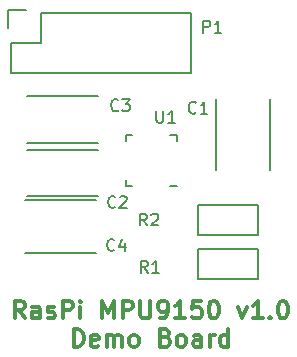
<source format=gto>
G04 #@! TF.FileFunction,Legend,Top*
%FSLAX46Y46*%
G04 Gerber Fmt 4.6, Leading zero omitted, Abs format (unit mm)*
G04 Created by KiCad (PCBNEW 4.0.1-3.201512221402+6198~38~ubuntu14.04.1-stable) date Sun 07 Feb 2016 08:00:25 PM PST*
%MOMM*%
G01*
G04 APERTURE LIST*
%ADD10C,0.100000*%
%ADD11C,0.300000*%
%ADD12C,0.150000*%
G04 APERTURE END LIST*
D10*
D11*
X154472230Y-122211371D02*
X153972230Y-121497086D01*
X153615087Y-122211371D02*
X153615087Y-120711371D01*
X154186515Y-120711371D01*
X154329373Y-120782800D01*
X154400801Y-120854229D01*
X154472230Y-120997086D01*
X154472230Y-121211371D01*
X154400801Y-121354229D01*
X154329373Y-121425657D01*
X154186515Y-121497086D01*
X153615087Y-121497086D01*
X155757944Y-122211371D02*
X155757944Y-121425657D01*
X155686515Y-121282800D01*
X155543658Y-121211371D01*
X155257944Y-121211371D01*
X155115087Y-121282800D01*
X155757944Y-122139943D02*
X155615087Y-122211371D01*
X155257944Y-122211371D01*
X155115087Y-122139943D01*
X155043658Y-121997086D01*
X155043658Y-121854229D01*
X155115087Y-121711371D01*
X155257944Y-121639943D01*
X155615087Y-121639943D01*
X155757944Y-121568514D01*
X156400801Y-122139943D02*
X156543658Y-122211371D01*
X156829373Y-122211371D01*
X156972230Y-122139943D01*
X157043658Y-121997086D01*
X157043658Y-121925657D01*
X156972230Y-121782800D01*
X156829373Y-121711371D01*
X156615087Y-121711371D01*
X156472230Y-121639943D01*
X156400801Y-121497086D01*
X156400801Y-121425657D01*
X156472230Y-121282800D01*
X156615087Y-121211371D01*
X156829373Y-121211371D01*
X156972230Y-121282800D01*
X157686516Y-122211371D02*
X157686516Y-120711371D01*
X158257944Y-120711371D01*
X158400802Y-120782800D01*
X158472230Y-120854229D01*
X158543659Y-120997086D01*
X158543659Y-121211371D01*
X158472230Y-121354229D01*
X158400802Y-121425657D01*
X158257944Y-121497086D01*
X157686516Y-121497086D01*
X159186516Y-122211371D02*
X159186516Y-121211371D01*
X159186516Y-120711371D02*
X159115087Y-120782800D01*
X159186516Y-120854229D01*
X159257944Y-120782800D01*
X159186516Y-120711371D01*
X159186516Y-120854229D01*
X161043659Y-122211371D02*
X161043659Y-120711371D01*
X161543659Y-121782800D01*
X162043659Y-120711371D01*
X162043659Y-122211371D01*
X162757945Y-122211371D02*
X162757945Y-120711371D01*
X163329373Y-120711371D01*
X163472231Y-120782800D01*
X163543659Y-120854229D01*
X163615088Y-120997086D01*
X163615088Y-121211371D01*
X163543659Y-121354229D01*
X163472231Y-121425657D01*
X163329373Y-121497086D01*
X162757945Y-121497086D01*
X164257945Y-120711371D02*
X164257945Y-121925657D01*
X164329373Y-122068514D01*
X164400802Y-122139943D01*
X164543659Y-122211371D01*
X164829373Y-122211371D01*
X164972231Y-122139943D01*
X165043659Y-122068514D01*
X165115088Y-121925657D01*
X165115088Y-120711371D01*
X165900802Y-122211371D02*
X166186517Y-122211371D01*
X166329374Y-122139943D01*
X166400802Y-122068514D01*
X166543660Y-121854229D01*
X166615088Y-121568514D01*
X166615088Y-120997086D01*
X166543660Y-120854229D01*
X166472231Y-120782800D01*
X166329374Y-120711371D01*
X166043660Y-120711371D01*
X165900802Y-120782800D01*
X165829374Y-120854229D01*
X165757945Y-120997086D01*
X165757945Y-121354229D01*
X165829374Y-121497086D01*
X165900802Y-121568514D01*
X166043660Y-121639943D01*
X166329374Y-121639943D01*
X166472231Y-121568514D01*
X166543660Y-121497086D01*
X166615088Y-121354229D01*
X168043659Y-122211371D02*
X167186516Y-122211371D01*
X167615088Y-122211371D02*
X167615088Y-120711371D01*
X167472231Y-120925657D01*
X167329373Y-121068514D01*
X167186516Y-121139943D01*
X169400802Y-120711371D02*
X168686516Y-120711371D01*
X168615087Y-121425657D01*
X168686516Y-121354229D01*
X168829373Y-121282800D01*
X169186516Y-121282800D01*
X169329373Y-121354229D01*
X169400802Y-121425657D01*
X169472230Y-121568514D01*
X169472230Y-121925657D01*
X169400802Y-122068514D01*
X169329373Y-122139943D01*
X169186516Y-122211371D01*
X168829373Y-122211371D01*
X168686516Y-122139943D01*
X168615087Y-122068514D01*
X170400801Y-120711371D02*
X170543658Y-120711371D01*
X170686515Y-120782800D01*
X170757944Y-120854229D01*
X170829373Y-120997086D01*
X170900801Y-121282800D01*
X170900801Y-121639943D01*
X170829373Y-121925657D01*
X170757944Y-122068514D01*
X170686515Y-122139943D01*
X170543658Y-122211371D01*
X170400801Y-122211371D01*
X170257944Y-122139943D01*
X170186515Y-122068514D01*
X170115087Y-121925657D01*
X170043658Y-121639943D01*
X170043658Y-121282800D01*
X170115087Y-120997086D01*
X170186515Y-120854229D01*
X170257944Y-120782800D01*
X170400801Y-120711371D01*
X172543658Y-121211371D02*
X172900801Y-122211371D01*
X173257943Y-121211371D01*
X174615086Y-122211371D02*
X173757943Y-122211371D01*
X174186515Y-122211371D02*
X174186515Y-120711371D01*
X174043658Y-120925657D01*
X173900800Y-121068514D01*
X173757943Y-121139943D01*
X175257943Y-122068514D02*
X175329371Y-122139943D01*
X175257943Y-122211371D01*
X175186514Y-122139943D01*
X175257943Y-122068514D01*
X175257943Y-122211371D01*
X176257943Y-120711371D02*
X176400800Y-120711371D01*
X176543657Y-120782800D01*
X176615086Y-120854229D01*
X176686515Y-120997086D01*
X176757943Y-121282800D01*
X176757943Y-121639943D01*
X176686515Y-121925657D01*
X176615086Y-122068514D01*
X176543657Y-122139943D01*
X176400800Y-122211371D01*
X176257943Y-122211371D01*
X176115086Y-122139943D01*
X176043657Y-122068514D01*
X175972229Y-121925657D01*
X175900800Y-121639943D01*
X175900800Y-121282800D01*
X175972229Y-120997086D01*
X176043657Y-120854229D01*
X176115086Y-120782800D01*
X176257943Y-120711371D01*
X158615086Y-124611371D02*
X158615086Y-123111371D01*
X158972229Y-123111371D01*
X159186514Y-123182800D01*
X159329372Y-123325657D01*
X159400800Y-123468514D01*
X159472229Y-123754229D01*
X159472229Y-123968514D01*
X159400800Y-124254229D01*
X159329372Y-124397086D01*
X159186514Y-124539943D01*
X158972229Y-124611371D01*
X158615086Y-124611371D01*
X160686514Y-124539943D02*
X160543657Y-124611371D01*
X160257943Y-124611371D01*
X160115086Y-124539943D01*
X160043657Y-124397086D01*
X160043657Y-123825657D01*
X160115086Y-123682800D01*
X160257943Y-123611371D01*
X160543657Y-123611371D01*
X160686514Y-123682800D01*
X160757943Y-123825657D01*
X160757943Y-123968514D01*
X160043657Y-124111371D01*
X161400800Y-124611371D02*
X161400800Y-123611371D01*
X161400800Y-123754229D02*
X161472228Y-123682800D01*
X161615086Y-123611371D01*
X161829371Y-123611371D01*
X161972228Y-123682800D01*
X162043657Y-123825657D01*
X162043657Y-124611371D01*
X162043657Y-123825657D02*
X162115086Y-123682800D01*
X162257943Y-123611371D01*
X162472228Y-123611371D01*
X162615086Y-123682800D01*
X162686514Y-123825657D01*
X162686514Y-124611371D01*
X163615086Y-124611371D02*
X163472228Y-124539943D01*
X163400800Y-124468514D01*
X163329371Y-124325657D01*
X163329371Y-123897086D01*
X163400800Y-123754229D01*
X163472228Y-123682800D01*
X163615086Y-123611371D01*
X163829371Y-123611371D01*
X163972228Y-123682800D01*
X164043657Y-123754229D01*
X164115086Y-123897086D01*
X164115086Y-124325657D01*
X164043657Y-124468514D01*
X163972228Y-124539943D01*
X163829371Y-124611371D01*
X163615086Y-124611371D01*
X166400800Y-123825657D02*
X166615086Y-123897086D01*
X166686514Y-123968514D01*
X166757943Y-124111371D01*
X166757943Y-124325657D01*
X166686514Y-124468514D01*
X166615086Y-124539943D01*
X166472228Y-124611371D01*
X165900800Y-124611371D01*
X165900800Y-123111371D01*
X166400800Y-123111371D01*
X166543657Y-123182800D01*
X166615086Y-123254229D01*
X166686514Y-123397086D01*
X166686514Y-123539943D01*
X166615086Y-123682800D01*
X166543657Y-123754229D01*
X166400800Y-123825657D01*
X165900800Y-123825657D01*
X167615086Y-124611371D02*
X167472228Y-124539943D01*
X167400800Y-124468514D01*
X167329371Y-124325657D01*
X167329371Y-123897086D01*
X167400800Y-123754229D01*
X167472228Y-123682800D01*
X167615086Y-123611371D01*
X167829371Y-123611371D01*
X167972228Y-123682800D01*
X168043657Y-123754229D01*
X168115086Y-123897086D01*
X168115086Y-124325657D01*
X168043657Y-124468514D01*
X167972228Y-124539943D01*
X167829371Y-124611371D01*
X167615086Y-124611371D01*
X169400800Y-124611371D02*
X169400800Y-123825657D01*
X169329371Y-123682800D01*
X169186514Y-123611371D01*
X168900800Y-123611371D01*
X168757943Y-123682800D01*
X169400800Y-124539943D02*
X169257943Y-124611371D01*
X168900800Y-124611371D01*
X168757943Y-124539943D01*
X168686514Y-124397086D01*
X168686514Y-124254229D01*
X168757943Y-124111371D01*
X168900800Y-124039943D01*
X169257943Y-124039943D01*
X169400800Y-123968514D01*
X170115086Y-124611371D02*
X170115086Y-123611371D01*
X170115086Y-123897086D02*
X170186514Y-123754229D01*
X170257943Y-123682800D01*
X170400800Y-123611371D01*
X170543657Y-123611371D01*
X171686514Y-124611371D02*
X171686514Y-123111371D01*
X171686514Y-124539943D02*
X171543657Y-124611371D01*
X171257943Y-124611371D01*
X171115085Y-124539943D01*
X171043657Y-124468514D01*
X170972228Y-124325657D01*
X170972228Y-123897086D01*
X171043657Y-123754229D01*
X171115085Y-123682800D01*
X171257943Y-123611371D01*
X171543657Y-123611371D01*
X171686514Y-123682800D01*
D12*
X163020400Y-110994400D02*
X163020400Y-110469400D01*
X167320400Y-106694400D02*
X167320400Y-107219400D01*
X163020400Y-106694400D02*
X163020400Y-107219400D01*
X167320400Y-110994400D02*
X166795400Y-110994400D01*
X167320400Y-106694400D02*
X166795400Y-106694400D01*
X163020400Y-106694400D02*
X163545400Y-106694400D01*
X163020400Y-110994400D02*
X163545400Y-110994400D01*
X168567100Y-101422200D02*
X153327100Y-101422200D01*
X155867100Y-96342200D02*
X168567100Y-96342200D01*
X168567100Y-101422200D02*
X168567100Y-96342200D01*
X153327100Y-101422200D02*
X153327100Y-98882200D01*
X154597100Y-96062200D02*
X153047100Y-96062200D01*
X153327100Y-98882200D02*
X155867100Y-98882200D01*
X155867100Y-98882200D02*
X155867100Y-96342200D01*
X153047100Y-96062200D02*
X153047100Y-97612200D01*
X170698600Y-109643800D02*
X170698600Y-103643800D01*
X175198600Y-103643800D02*
X175198600Y-109643800D01*
X160643200Y-111825600D02*
X154643200Y-111825600D01*
X154643200Y-107325600D02*
X160643200Y-107325600D01*
X160647000Y-107914000D02*
X154647000Y-107914000D01*
X154647000Y-103414000D02*
X160647000Y-103414000D01*
X160520000Y-116677000D02*
X154520000Y-116677000D01*
X154520000Y-112177000D02*
X160520000Y-112177000D01*
X174218600Y-118897400D02*
X169138600Y-118897400D01*
X169138600Y-118897400D02*
X169138600Y-116357400D01*
X169138600Y-116357400D02*
X174218600Y-116357400D01*
X174218600Y-116357400D02*
X174218600Y-118897400D01*
X174244000Y-115189000D02*
X169164000Y-115189000D01*
X169164000Y-115189000D02*
X169164000Y-112649000D01*
X169164000Y-112649000D02*
X174244000Y-112649000D01*
X174244000Y-112649000D02*
X174244000Y-115189000D01*
X165608095Y-104633781D02*
X165608095Y-105443305D01*
X165655714Y-105538543D01*
X165703333Y-105586162D01*
X165798571Y-105633781D01*
X165989048Y-105633781D01*
X166084286Y-105586162D01*
X166131905Y-105538543D01*
X166179524Y-105443305D01*
X166179524Y-104633781D01*
X167179524Y-105633781D02*
X166608095Y-105633781D01*
X166893809Y-105633781D02*
X166893809Y-104633781D01*
X166798571Y-104776638D01*
X166703333Y-104871876D01*
X166608095Y-104919495D01*
X169594305Y-98013781D02*
X169594305Y-97013781D01*
X169975258Y-97013781D01*
X170070496Y-97061400D01*
X170118115Y-97109019D01*
X170165734Y-97204257D01*
X170165734Y-97347114D01*
X170118115Y-97442352D01*
X170070496Y-97489971D01*
X169975258Y-97537590D01*
X169594305Y-97537590D01*
X171118115Y-98013781D02*
X170546686Y-98013781D01*
X170832400Y-98013781D02*
X170832400Y-97013781D01*
X170737162Y-97156638D01*
X170641924Y-97251876D01*
X170546686Y-97299495D01*
X168971934Y-104776543D02*
X168924315Y-104824162D01*
X168781458Y-104871781D01*
X168686220Y-104871781D01*
X168543362Y-104824162D01*
X168448124Y-104728924D01*
X168400505Y-104633686D01*
X168352886Y-104443210D01*
X168352886Y-104300352D01*
X168400505Y-104109876D01*
X168448124Y-104014638D01*
X168543362Y-103919400D01*
X168686220Y-103871781D01*
X168781458Y-103871781D01*
X168924315Y-103919400D01*
X168971934Y-103967019D01*
X169924315Y-104871781D02*
X169352886Y-104871781D01*
X169638600Y-104871781D02*
X169638600Y-103871781D01*
X169543362Y-104014638D01*
X169448124Y-104109876D01*
X169352886Y-104157495D01*
X162139334Y-112752143D02*
X162091715Y-112799762D01*
X161948858Y-112847381D01*
X161853620Y-112847381D01*
X161710762Y-112799762D01*
X161615524Y-112704524D01*
X161567905Y-112609286D01*
X161520286Y-112418810D01*
X161520286Y-112275952D01*
X161567905Y-112085476D01*
X161615524Y-111990238D01*
X161710762Y-111895000D01*
X161853620Y-111847381D01*
X161948858Y-111847381D01*
X162091715Y-111895000D01*
X162139334Y-111942619D01*
X162520286Y-111942619D02*
X162567905Y-111895000D01*
X162663143Y-111847381D01*
X162901239Y-111847381D01*
X162996477Y-111895000D01*
X163044096Y-111942619D01*
X163091715Y-112037857D01*
X163091715Y-112133095D01*
X163044096Y-112275952D01*
X162472667Y-112847381D01*
X163091715Y-112847381D01*
X162393334Y-104573343D02*
X162345715Y-104620962D01*
X162202858Y-104668581D01*
X162107620Y-104668581D01*
X161964762Y-104620962D01*
X161869524Y-104525724D01*
X161821905Y-104430486D01*
X161774286Y-104240010D01*
X161774286Y-104097152D01*
X161821905Y-103906676D01*
X161869524Y-103811438D01*
X161964762Y-103716200D01*
X162107620Y-103668581D01*
X162202858Y-103668581D01*
X162345715Y-103716200D01*
X162393334Y-103763819D01*
X162726667Y-103668581D02*
X163345715Y-103668581D01*
X163012381Y-104049533D01*
X163155239Y-104049533D01*
X163250477Y-104097152D01*
X163298096Y-104144771D01*
X163345715Y-104240010D01*
X163345715Y-104478105D01*
X163298096Y-104573343D01*
X163250477Y-104620962D01*
X163155239Y-104668581D01*
X162869524Y-104668581D01*
X162774286Y-104620962D01*
X162726667Y-104573343D01*
X162063134Y-116409743D02*
X162015515Y-116457362D01*
X161872658Y-116504981D01*
X161777420Y-116504981D01*
X161634562Y-116457362D01*
X161539324Y-116362124D01*
X161491705Y-116266886D01*
X161444086Y-116076410D01*
X161444086Y-115933552D01*
X161491705Y-115743076D01*
X161539324Y-115647838D01*
X161634562Y-115552600D01*
X161777420Y-115504981D01*
X161872658Y-115504981D01*
X162015515Y-115552600D01*
X162063134Y-115600219D01*
X162920277Y-115838314D02*
X162920277Y-116504981D01*
X162682181Y-115457362D02*
X162444086Y-116171648D01*
X163063134Y-116171648D01*
X164882534Y-118333781D02*
X164549200Y-117857590D01*
X164311105Y-118333781D02*
X164311105Y-117333781D01*
X164692058Y-117333781D01*
X164787296Y-117381400D01*
X164834915Y-117429019D01*
X164882534Y-117524257D01*
X164882534Y-117667114D01*
X164834915Y-117762352D01*
X164787296Y-117809971D01*
X164692058Y-117857590D01*
X164311105Y-117857590D01*
X165834915Y-118333781D02*
X165263486Y-118333781D01*
X165549200Y-118333781D02*
X165549200Y-117333781D01*
X165453962Y-117476638D01*
X165358724Y-117571876D01*
X165263486Y-117619495D01*
X164806334Y-114345981D02*
X164473000Y-113869790D01*
X164234905Y-114345981D02*
X164234905Y-113345981D01*
X164615858Y-113345981D01*
X164711096Y-113393600D01*
X164758715Y-113441219D01*
X164806334Y-113536457D01*
X164806334Y-113679314D01*
X164758715Y-113774552D01*
X164711096Y-113822171D01*
X164615858Y-113869790D01*
X164234905Y-113869790D01*
X165187286Y-113441219D02*
X165234905Y-113393600D01*
X165330143Y-113345981D01*
X165568239Y-113345981D01*
X165663477Y-113393600D01*
X165711096Y-113441219D01*
X165758715Y-113536457D01*
X165758715Y-113631695D01*
X165711096Y-113774552D01*
X165139667Y-114345981D01*
X165758715Y-114345981D01*
M02*

</source>
